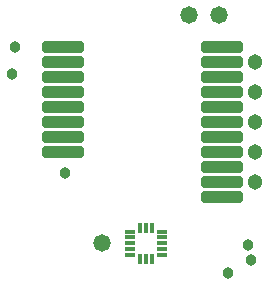
<source format=gts>
G04 Layer_Color=8388736*
%FSAX24Y24*%
%MOIN*%
G70*
G01*
G75*
%ADD21R,0.0340X0.0140*%
%ADD22R,0.0140X0.0340*%
G04:AMPARAMS|DCode=23|XSize=140mil|YSize=40mil|CornerRadius=12mil|HoleSize=0mil|Usage=FLASHONLY|Rotation=0.000|XOffset=0mil|YOffset=0mil|HoleType=Round|Shape=RoundedRectangle|*
%AMROUNDEDRECTD23*
21,1,0.1400,0.0160,0,0,0.0*
21,1,0.1160,0.0400,0,0,0.0*
1,1,0.0240,0.0580,-0.0080*
1,1,0.0240,-0.0580,-0.0080*
1,1,0.0240,-0.0580,0.0080*
1,1,0.0240,0.0580,0.0080*
%
%ADD23ROUNDEDRECTD23*%
%ADD24C,0.0513*%
%ADD25C,0.0380*%
%ADD26C,0.0580*%
D21*
X037486Y021254D02*
D03*
Y021454D02*
D03*
Y021654D02*
D03*
Y021851D02*
D03*
Y022048D02*
D03*
X036414D02*
D03*
Y021851D02*
D03*
Y021654D02*
D03*
Y021454D02*
D03*
Y021254D02*
D03*
D22*
X037151Y022156D02*
D03*
X036954D02*
D03*
X036754D02*
D03*
Y021144D02*
D03*
X036954D02*
D03*
X037151D02*
D03*
D23*
X034200Y028200D02*
D03*
Y027700D02*
D03*
Y027200D02*
D03*
Y025700D02*
D03*
Y026200D02*
D03*
Y026700D02*
D03*
Y025200D02*
D03*
Y024700D02*
D03*
X039500D02*
D03*
Y025200D02*
D03*
Y026700D02*
D03*
Y026200D02*
D03*
Y025700D02*
D03*
Y027200D02*
D03*
Y027700D02*
D03*
Y028200D02*
D03*
Y024200D02*
D03*
Y023700D02*
D03*
Y023200D02*
D03*
D24*
X040600Y024699D02*
D03*
X040589Y025696D02*
D03*
X040600Y026699D02*
D03*
Y027699D02*
D03*
X040611Y023701D02*
D03*
D25*
X034250Y024000D02*
D03*
X032500Y027300D02*
D03*
X039700Y020650D02*
D03*
X032600Y028200D02*
D03*
X040450Y021100D02*
D03*
X040350Y021600D02*
D03*
D26*
X039400Y029250D02*
D03*
X038400D02*
D03*
X035500Y021650D02*
D03*
M02*

</source>
